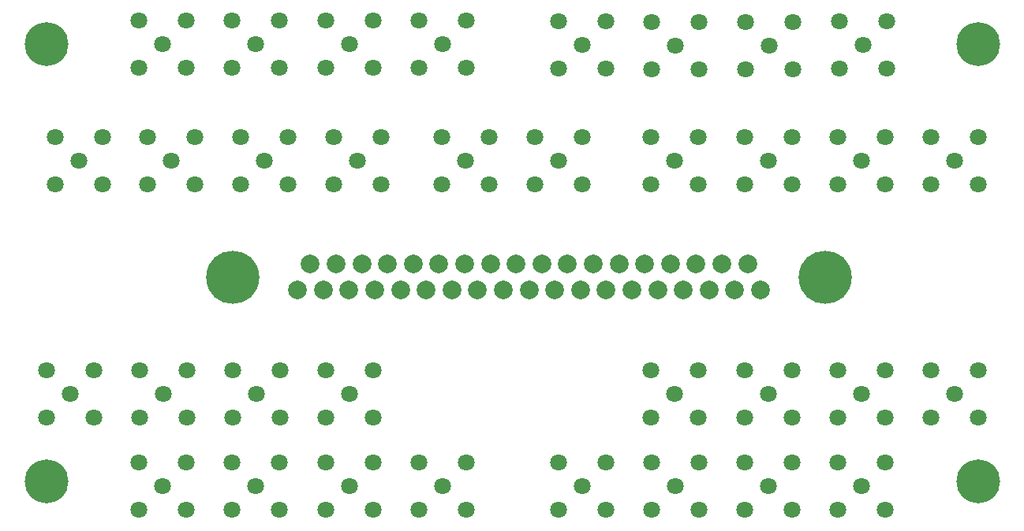
<source format=gbs>
G04*
G04 #@! TF.GenerationSoftware,Altium Limited,Altium Designer,19.1.5 (86)*
G04*
G04 Layer_Color=16711935*
%FSLAX25Y25*%
%MOIN*%
G70*
G01*
G75*
%ADD12C,0.18517*%
%ADD13C,0.07099*%
%ADD14C,0.07887*%
%ADD15C,0.22453*%
D12*
X-413386Y-27559D02*
D03*
Y-212598D02*
D03*
X-19685Y-27559D02*
D03*
Y-212598D02*
D03*
D13*
X-236063Y-204567D02*
D03*
Y-224567D02*
D03*
X-256063D02*
D03*
Y-204567D02*
D03*
X-246063Y-214567D02*
D03*
X-108425Y-175354D02*
D03*
X-118425Y-165354D02*
D03*
Y-185354D02*
D03*
X-98425D02*
D03*
Y-165354D02*
D03*
X-68425Y-27716D02*
D03*
X-78425Y-17716D02*
D03*
Y-37716D02*
D03*
X-58425D02*
D03*
Y-17716D02*
D03*
X-68898Y-214567D02*
D03*
X-78898Y-204567D02*
D03*
Y-224567D02*
D03*
X-58898D02*
D03*
Y-204567D02*
D03*
X-108268Y-214567D02*
D03*
X-118268Y-204567D02*
D03*
Y-224567D02*
D03*
X-98268D02*
D03*
Y-204567D02*
D03*
X-147638Y-214567D02*
D03*
X-157638Y-204567D02*
D03*
Y-224567D02*
D03*
X-137638D02*
D03*
Y-204567D02*
D03*
X-187008Y-214567D02*
D03*
X-197008Y-204567D02*
D03*
Y-224567D02*
D03*
X-177008D02*
D03*
Y-204567D02*
D03*
X-285433Y-214567D02*
D03*
X-295433Y-204567D02*
D03*
Y-224567D02*
D03*
X-275433D02*
D03*
Y-204567D02*
D03*
X-324803Y-214567D02*
D03*
X-334803Y-204567D02*
D03*
Y-224567D02*
D03*
X-314803D02*
D03*
Y-204567D02*
D03*
X-364173Y-214567D02*
D03*
X-374173Y-204567D02*
D03*
Y-224567D02*
D03*
X-354173D02*
D03*
Y-204567D02*
D03*
X-246063Y-27559D02*
D03*
X-256063Y-17559D02*
D03*
Y-37559D02*
D03*
X-236063D02*
D03*
Y-17559D02*
D03*
X-285433Y-27559D02*
D03*
X-295433Y-17559D02*
D03*
Y-37559D02*
D03*
X-275433D02*
D03*
Y-17559D02*
D03*
X-275276Y-165354D02*
D03*
Y-185354D02*
D03*
X-295276D02*
D03*
Y-165354D02*
D03*
X-285276Y-175354D02*
D03*
X-314646Y-165354D02*
D03*
Y-185354D02*
D03*
X-334646D02*
D03*
Y-165354D02*
D03*
X-324646Y-175354D02*
D03*
X-354016Y-165354D02*
D03*
Y-185354D02*
D03*
X-374016D02*
D03*
Y-165354D02*
D03*
X-364016Y-175354D02*
D03*
X-393386Y-165354D02*
D03*
Y-185354D02*
D03*
X-413386D02*
D03*
Y-165354D02*
D03*
X-403386Y-175354D02*
D03*
X-271811Y-66772D02*
D03*
Y-86772D02*
D03*
X-291811D02*
D03*
Y-66772D02*
D03*
X-281811Y-76772D02*
D03*
X-311181Y-66772D02*
D03*
Y-86772D02*
D03*
X-331181D02*
D03*
Y-66772D02*
D03*
X-321181Y-76772D02*
D03*
X-350551Y-66772D02*
D03*
Y-86772D02*
D03*
X-370551D02*
D03*
Y-66772D02*
D03*
X-360551Y-76772D02*
D03*
X-389606Y-66772D02*
D03*
Y-86772D02*
D03*
X-409606D02*
D03*
Y-66772D02*
D03*
X-399606Y-76772D02*
D03*
X-314803Y-17559D02*
D03*
Y-37559D02*
D03*
X-334803D02*
D03*
Y-17559D02*
D03*
X-324803Y-27559D02*
D03*
X-354173Y-17559D02*
D03*
Y-37559D02*
D03*
X-374173D02*
D03*
Y-17559D02*
D03*
X-364173Y-27559D02*
D03*
X-19685Y-165354D02*
D03*
Y-185354D02*
D03*
X-39685D02*
D03*
Y-165354D02*
D03*
X-29685Y-175354D02*
D03*
X-59055Y-165354D02*
D03*
Y-185354D02*
D03*
X-79055D02*
D03*
Y-165354D02*
D03*
X-69055Y-175354D02*
D03*
X-137795Y-165354D02*
D03*
Y-185354D02*
D03*
X-157796D02*
D03*
Y-165354D02*
D03*
X-147795Y-175354D02*
D03*
X-97795Y-18031D02*
D03*
Y-38031D02*
D03*
X-117795D02*
D03*
Y-18031D02*
D03*
X-107795Y-28031D02*
D03*
X-137480Y-18031D02*
D03*
Y-38031D02*
D03*
X-157480D02*
D03*
Y-18031D02*
D03*
X-147480Y-28031D02*
D03*
X-176850Y-17716D02*
D03*
Y-37716D02*
D03*
X-196850D02*
D03*
Y-17716D02*
D03*
X-186850Y-27716D02*
D03*
X-19685Y-66929D02*
D03*
Y-86929D02*
D03*
X-39685D02*
D03*
Y-66929D02*
D03*
X-29685Y-76929D02*
D03*
X-59055Y-66929D02*
D03*
Y-86929D02*
D03*
X-79055D02*
D03*
Y-66929D02*
D03*
X-69055Y-76929D02*
D03*
X-98425Y-66929D02*
D03*
Y-86929D02*
D03*
X-118425D02*
D03*
Y-66929D02*
D03*
X-108425Y-76929D02*
D03*
X-137795Y-66929D02*
D03*
Y-86929D02*
D03*
X-157796D02*
D03*
Y-66929D02*
D03*
X-147795Y-76929D02*
D03*
X-226220Y-66772D02*
D03*
Y-86772D02*
D03*
X-246220D02*
D03*
Y-66772D02*
D03*
X-236221Y-76772D02*
D03*
X-186850Y-66772D02*
D03*
Y-86772D02*
D03*
X-206850D02*
D03*
Y-66772D02*
D03*
X-196850Y-76772D02*
D03*
D14*
X-149659Y-120384D02*
D03*
X-160526D02*
D03*
X-171393D02*
D03*
X-182260D02*
D03*
X-193127D02*
D03*
X-203994D02*
D03*
X-214861D02*
D03*
X-225728D02*
D03*
X-236595D02*
D03*
X-247462D02*
D03*
X-258329D02*
D03*
X-269196D02*
D03*
X-144242Y-131584D02*
D03*
X-155109D02*
D03*
X-165976D02*
D03*
X-176843D02*
D03*
X-187710D02*
D03*
X-198577D02*
D03*
X-209444D02*
D03*
X-220311D02*
D03*
X-231178D02*
D03*
X-242045D02*
D03*
X-252912D02*
D03*
X-263779D02*
D03*
X-274646D02*
D03*
X-133375D02*
D03*
X-122508D02*
D03*
X-111641D02*
D03*
X-138792Y-120384D02*
D03*
X-127925D02*
D03*
X-117058D02*
D03*
X-307247Y-131584D02*
D03*
X-296380D02*
D03*
X-285513D02*
D03*
X-301797Y-120384D02*
D03*
X-290930D02*
D03*
X-280063D02*
D03*
D15*
X-334646Y-125984D02*
D03*
X-84247D02*
D03*
M02*

</source>
